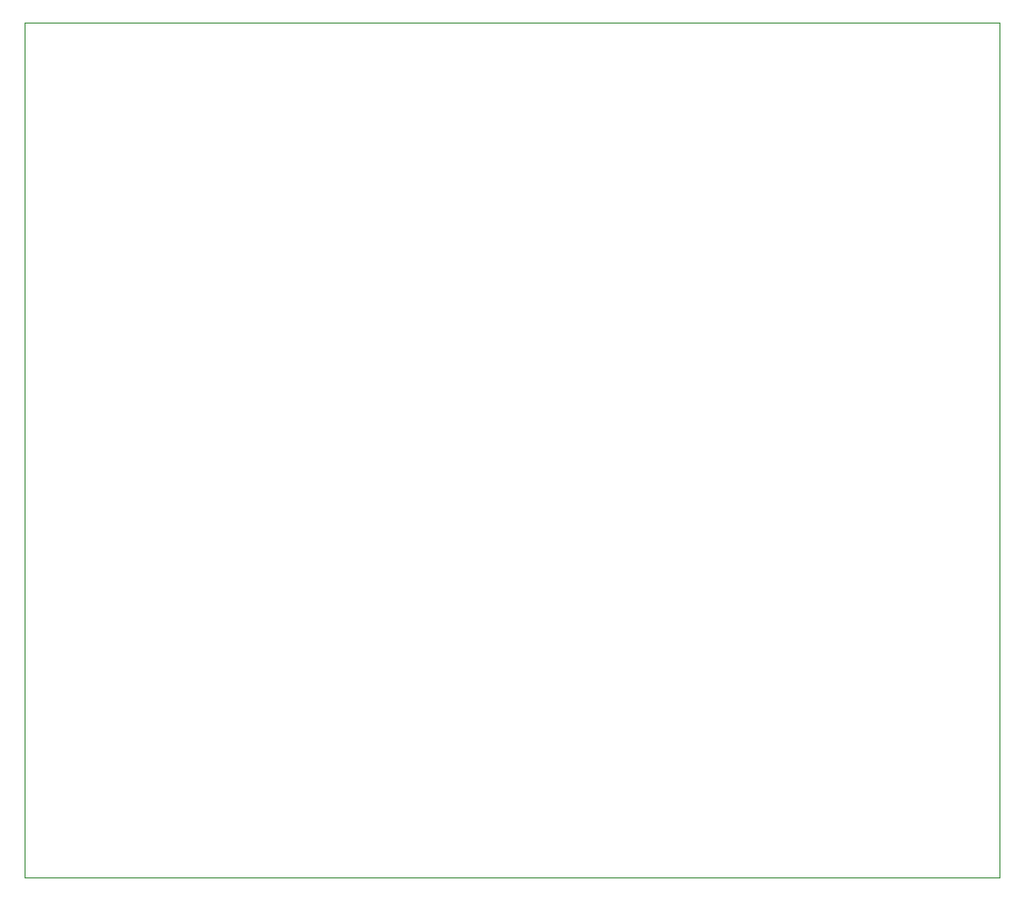
<source format=gbr>
%TF.GenerationSoftware,KiCad,Pcbnew,(6.0.1-0)*%
%TF.CreationDate,2022-09-06T14:47:34+02:00*%
%TF.ProjectId,nano_board,6e616e6f-5f62-46f6-9172-642e6b696361,rev?*%
%TF.SameCoordinates,Original*%
%TF.FileFunction,Profile,NP*%
%FSLAX46Y46*%
G04 Gerber Fmt 4.6, Leading zero omitted, Abs format (unit mm)*
G04 Created by KiCad (PCBNEW (6.0.1-0)) date 2022-09-06 14:47:34*
%MOMM*%
%LPD*%
G01*
G04 APERTURE LIST*
%TA.AperFunction,Profile*%
%ADD10C,0.100000*%
%TD*%
G04 APERTURE END LIST*
D10*
X90000000Y-41000000D02*
X174000000Y-41000000D01*
X174000000Y-41000000D02*
X174000000Y-114750000D01*
X174000000Y-114750000D02*
X90000000Y-114750000D01*
X90000000Y-114750000D02*
X90000000Y-41000000D01*
M02*

</source>
